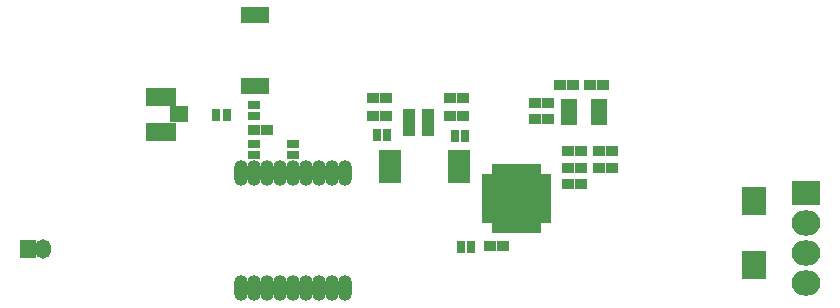
<source format=gbs>
G04 #@! TF.FileFunction,Soldermask,Bot*
%FSLAX46Y46*%
G04 Gerber Fmt 4.6, Leading zero omitted, Abs format (unit mm)*
G04 Created by KiCad (PCBNEW 4.0.5+dfsg1-4~bpo8+1) date Wed Apr 18 10:30:05 2018*
%MOMM*%
%LPD*%
G01*
G04 APERTURE LIST*
%ADD10C,0.100000*%
%ADD11R,1.850000X0.850000*%
%ADD12O,1.200000X2.200000*%
%ADD13R,1.350000X1.650000*%
%ADD14O,1.350000X1.650000*%
%ADD15R,1.000000X0.900000*%
%ADD16R,0.800000X1.000000*%
%ADD17R,2.000000X2.400000*%
%ADD18R,0.650000X1.100000*%
%ADD19R,1.100000X0.650000*%
%ADD20R,2.125000X2.125000*%
%ADD21R,1.400000X2.200000*%
%ADD22R,2.432000X2.127200*%
%ADD23O,2.432000X2.127200*%
%ADD24R,2.650000X1.500000*%
%ADD25R,1.500000X1.450000*%
%ADD26R,1.000000X0.800000*%
%ADD27R,2.400000X1.400000*%
G04 APERTURE END LIST*
D10*
D11*
X153250000Y-116775000D03*
X153250000Y-116125000D03*
X153250000Y-115475000D03*
X153250000Y-114825000D03*
X159150000Y-114825000D03*
X159150000Y-115475000D03*
X159150000Y-116125000D03*
X159150000Y-116775000D03*
D12*
X140680000Y-116350000D03*
X141780000Y-116350000D03*
X142880000Y-116350000D03*
X143980000Y-116350000D03*
X145080000Y-116350000D03*
X146180000Y-116350000D03*
X147280000Y-116350000D03*
X148380000Y-116350000D03*
X149480000Y-116350000D03*
X149480000Y-126050000D03*
X148380000Y-126050000D03*
X147280000Y-126050000D03*
X146180000Y-126050000D03*
X145080000Y-126050000D03*
X143980000Y-126050000D03*
X142880000Y-126050000D03*
X141780000Y-126050000D03*
X140680000Y-126050000D03*
D13*
X122630000Y-122770000D03*
D14*
X123880000Y-122770000D03*
D15*
X165550000Y-111800000D03*
X166650000Y-111800000D03*
X162850000Y-122500000D03*
X161750000Y-122500000D03*
X170950000Y-115900000D03*
X172050000Y-115900000D03*
X170950000Y-114500000D03*
X172050000Y-114500000D03*
X168350000Y-114500000D03*
X169450000Y-114500000D03*
X168350000Y-115900000D03*
X169450000Y-115900000D03*
X168750000Y-108900000D03*
X167650000Y-108900000D03*
X171350000Y-108900000D03*
X170250000Y-108900000D03*
X152950000Y-111500000D03*
X151850000Y-111500000D03*
X159450000Y-111500000D03*
X158350000Y-111500000D03*
X159450000Y-110000000D03*
X158350000Y-110000000D03*
X152950000Y-110000000D03*
X151850000Y-110000000D03*
D16*
X160150000Y-122600000D03*
X159250000Y-122600000D03*
X159650000Y-113200000D03*
X158750000Y-113200000D03*
X152150000Y-113100000D03*
X153050000Y-113100000D03*
D17*
X184100000Y-118700000D03*
X184100000Y-124100000D03*
D18*
X165750000Y-120900000D03*
X165250000Y-120900000D03*
X164750000Y-120900000D03*
X164250000Y-120900000D03*
X163750000Y-120900000D03*
X163250000Y-120900000D03*
X162750000Y-120900000D03*
X162250000Y-120900000D03*
D19*
X161600000Y-120250000D03*
X161600000Y-119750000D03*
X161600000Y-119250000D03*
X161600000Y-118750000D03*
X161600000Y-118250000D03*
X161600000Y-117750000D03*
X161600000Y-117250000D03*
X161600000Y-116750000D03*
D18*
X162250000Y-116100000D03*
X162750000Y-116100000D03*
X163250000Y-116100000D03*
X163750000Y-116100000D03*
X164250000Y-116100000D03*
X164750000Y-116100000D03*
X165250000Y-116100000D03*
X165750000Y-116100000D03*
D19*
X166400000Y-116750000D03*
X166400000Y-117250000D03*
X166400000Y-117750000D03*
X166400000Y-118250000D03*
X166400000Y-118750000D03*
X166400000Y-119250000D03*
X166400000Y-119750000D03*
X166400000Y-120250000D03*
D20*
X163137500Y-117637500D03*
X164862500Y-117637500D03*
X163137500Y-119362500D03*
X164862500Y-119362500D03*
D19*
X154900000Y-112900000D03*
X154900000Y-112500000D03*
X154900000Y-112100000D03*
X154900000Y-111700000D03*
X154900000Y-111300000D03*
X156500000Y-111300000D03*
X156500000Y-111700000D03*
X156500000Y-112100000D03*
X156500000Y-112500000D03*
X156500000Y-112900000D03*
D21*
X170950000Y-111200000D03*
X168450000Y-111200000D03*
D22*
X188520000Y-118040000D03*
D23*
X188520000Y-120580000D03*
X188520000Y-123120000D03*
X188520000Y-125660000D03*
D15*
X165550000Y-110400000D03*
X166650000Y-110400000D03*
X168350000Y-117300000D03*
X169450000Y-117300000D03*
D24*
X133850000Y-109905000D03*
X133850000Y-112855000D03*
D25*
X135400000Y-111380000D03*
D15*
X142890000Y-112700000D03*
X141790000Y-112700000D03*
D26*
X145100000Y-113900000D03*
X145100000Y-114800000D03*
X141780000Y-113890000D03*
X141780000Y-114790000D03*
D27*
X141850000Y-109000000D03*
X141850000Y-103000000D03*
D16*
X138540000Y-111450000D03*
X139440000Y-111450000D03*
D26*
X141790000Y-110580000D03*
X141790000Y-111480000D03*
M02*

</source>
